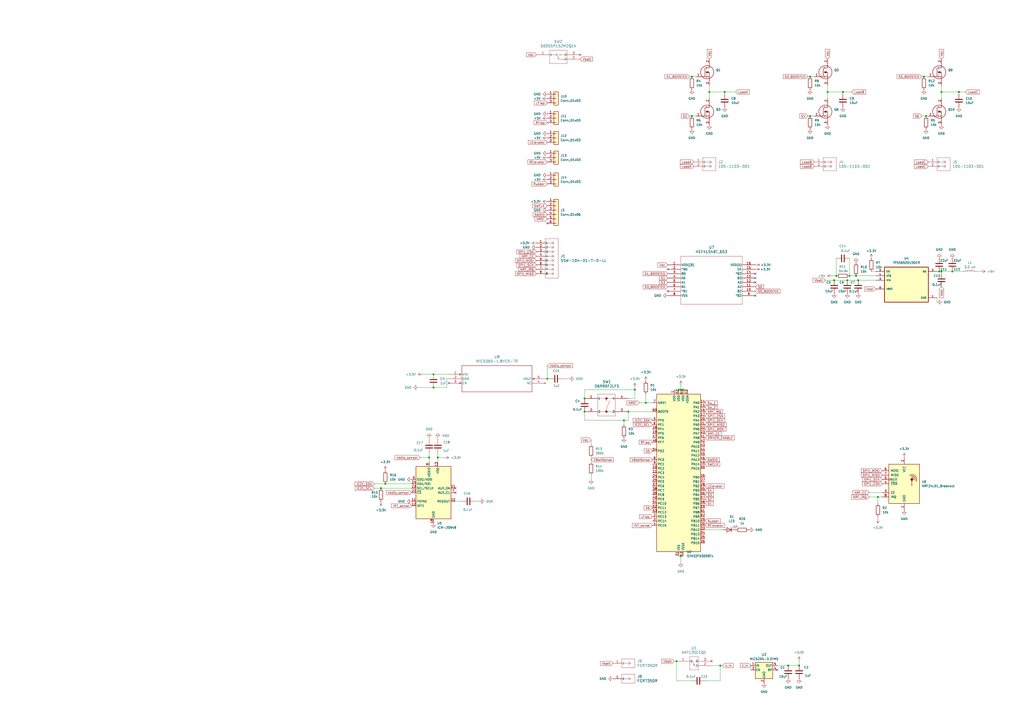
<source format=kicad_sch>
(kicad_sch (version 20250114) (generator "eeschema") (generator_version "9.0")
  (paper "A2")
  (junction (at 396.24 226.06))
  (junction (at 361.95 243.84))
  (junction (at 546.1 157.48))
  (junction (at 248.92 265.43))
  (junction (at 488.95 53.34))
  (junction (at 401.32 67.31))
  (junction (at 544.83 157.48))
  (junction (at 496.57 160.02))
  (junction (at 457.2 386.08))
  (junction (at 417.83 386.08))
  (junction (at 535.94 44.45))
  (junction (at 463.55 386.08))
  (junction (at 339.09 238.76))
  (junction (at 485.14 160.02))
  (junction (at 364.49 238.76))
  (junction (at 223.52 280.67))
  (junction (at 546.1 53.34))
  (junction (at 254 265.43))
  (junction (at 394.97 226.06))
  (junction (at 411.48 53.34))
  (junction (at 556.26 53.34))
  (junction (at 469.9 67.31))
  (junction (at 483.87 162.56))
  (junction (at 469.9 44.45))
  (junction (at 401.32 44.45))
  (junction (at 420.37 53.34))
  (junction (at 220.98 283.21))
  (junction (at 492.76 160.02))
  (junction (at 339.09 231.14))
  (junction (at 251.46 217.17))
  (junction (at 317.5 219.71))
  (junction (at 497.84 162.56))
  (junction (at 537.21 67.31))
  (junction (at 491.49 162.56))
  (junction (at 552.45 157.48))
  (junction (at 480.06 53.34))
  (junction (at 393.7 226.06))
  (junction (at 368.3 226.06))
  (junction (at 251.46 224.79))
  (junction (at 509.27 288.29))
  (junction (at 392.43 383.54))
  (junction (at 394.97 322.58))
  (junction (at 374.65 233.68))
  (no_connect (at 438.15 161.29))
  (no_connect (at 336.55 31.75))
  (no_connect (at 387.35 168.91))
  (no_connect (at 260.35 222.25))
  (no_connect (at 412.75 383.54))
  (no_connect (at 438.15 171.45))
  (no_connect (at 438.15 163.83))
  (no_connect (at 387.35 156.21))
  (no_connect (at 438.15 158.75))
  (no_connect (at 264.16 283.21))
  (no_connect (at 450.85 388.62))
  (no_connect (at 317.5 129.54))
  (no_connect (at 264.16 285.75))
  (wire (pts (xy 546.1 158.75) (xy 546.1 157.48)))
  (wire (pts (xy 463.55 383.54) (xy 463.55 386.08)))
  (wire (pts (xy 419.1 386.08) (xy 417.83 386.08)))
  (wire (pts (xy 318.77 219.71) (xy 317.5 219.71)))
  (wire (pts (xy 497.84 162.56) (xy 508 162.56)))
  (wire (pts (xy 242.57 224.79) (xy 251.46 224.79)))
  (wire (pts (xy 396.24 226.06) (xy 398.78 226.06)))
  (wire (pts (xy 368.3 226.06) (xy 368.3 231.14)))
  (wire (pts (xy 217.17 280.67) (xy 223.52 280.67)))
  (wire (pts (xy 480.06 53.34) (xy 488.95 53.34)))
  (wire (pts (xy 401.32 67.31) (xy 403.86 67.31)))
  (wire (pts (xy 478.79 162.56) (xy 483.87 162.56)))
  (wire (pts (xy 259.08 219.71) (xy 260.35 219.71)))
  (wire (pts (xy 248.92 265.43) (xy 248.92 267.97)))
  (wire (pts (xy 544.83 157.48) (xy 543.56 157.48)))
  (wire (pts (xy 392.43 383.54) (xy 392.43 394.97)))
  (wire (pts (xy 504.19 285.75) (xy 511.81 285.75)))
  (wire (pts (xy 394.97 223.52) (xy 394.97 226.06)))
  (wire (pts (xy 411.48 53.34) (xy 420.37 53.34)))
  (wire (pts (xy 543.56 175.26) (xy 543.56 172.72)))
  (wire (pts (xy 417.83 386.08) (xy 417.83 394.97)))
  (wire (pts (xy 220.98 283.21) (xy 238.76 283.21)))
  (wire (pts (xy 546.1 53.34) (xy 546.1 57.15)))
  (wire (pts (xy 339.09 231.14) (xy 339.09 226.06)))
  (wire (pts (xy 393.7 226.06) (xy 394.97 226.06)))
  (wire (pts (xy 254 265.43) (xy 254 267.97)))
  (wire (pts (xy 509.27 288.29) (xy 509.27 292.1)))
  (wire (pts (xy 275.59 290.83) (xy 278.13 290.83)))
  (wire (pts (xy 491.49 162.56) (xy 497.84 162.56)))
  (wire (pts (xy 420.37 53.34) (xy 420.37 54.61)))
  (wire (pts (xy 259.08 224.79) (xy 259.08 219.71)))
  (wire (pts (xy 485.14 149.86) (xy 485.14 160.02)))
  (wire (pts (xy 223.52 280.67) (xy 238.76 280.67)))
  (wire (pts (xy 342.9 275.59) (xy 342.9 278.13)))
  (wire (pts (xy 245.11 217.17) (xy 251.46 217.17)))
  (wire (pts (xy 339.09 243.84) (xy 361.95 243.84)))
  (wire (pts (xy 364.49 238.76) (xy 364.49 243.84)))
  (wire (pts (xy 251.46 217.17) (xy 260.35 217.17)))
  (wire (pts (xy 378.46 233.68) (xy 374.65 233.68)))
  (wire (pts (xy 534.67 44.45) (xy 535.94 44.45)))
  (wire (pts (xy 408.94 307.34) (xy 419.1 307.34)))
  (wire (pts (xy 468.63 67.31) (xy 469.9 67.31)))
  (wire (pts (xy 393.7 320.04) (xy 396.24 320.04)))
  (wire (pts (xy 342.9 255.27) (xy 342.9 257.81)))
  (wire (pts (xy 505.46 157.48) (xy 508 157.48)))
  (wire (pts (xy 435.61 386.08) (xy 435.61 388.62)))
  (wire (pts (xy 546.1 49.53) (xy 546.1 53.34)))
  (wire (pts (xy 368.3 224.79) (xy 368.3 226.06)))
  (wire (pts (xy 254 254) (xy 254 255.27)))
  (wire (pts (xy 534.67 67.31) (xy 537.21 67.31)))
  (wire (pts (xy 400.05 67.31) (xy 401.32 67.31)))
  (wire (pts (xy 488.95 53.34) (xy 494.03 53.34)))
  (wire (pts (xy 254 262.89) (xy 254 265.43)))
  (wire (pts (xy 504.19 288.29) (xy 509.27 288.29)))
  (wire (pts (xy 217.17 283.21) (xy 220.98 283.21)))
  (wire (pts (xy 552.45 157.48) (xy 558.8 157.48)))
  (wire (pts (xy 364.49 238.76) (xy 378.46 238.76)))
  (wire (pts (xy 492.76 160.02) (xy 496.57 160.02)))
  (wire (pts (xy 552.45 157.48) (xy 546.1 157.48)))
  (wire (pts (xy 248.92 262.89) (xy 248.92 265.43)))
  (wire (pts (xy 364.49 243.84) (xy 361.95 243.84)))
  (wire (pts (xy 469.9 44.45) (xy 472.44 44.45)))
  (wire (pts (xy 457.2 386.08) (xy 463.55 386.08)))
  (wire (pts (xy 394.97 226.06) (xy 396.24 226.06)))
  (wire (pts (xy 450.85 386.08) (xy 457.2 386.08)))
  (wire (pts (xy 556.26 53.34) (xy 560.07 53.34)))
  (wire (pts (xy 401.32 44.45) (xy 403.86 44.45)))
  (wire (pts (xy 339.09 226.06) (xy 368.3 226.06)))
  (wire (pts (xy 339.09 238.76) (xy 339.09 243.84)))
  (wire (pts (xy 483.87 162.56) (xy 491.49 162.56)))
  (wire (pts (xy 420.37 53.34) (xy 426.72 53.34)))
  (wire (pts (xy 391.16 383.54) (xy 392.43 383.54)))
  (wire (pts (xy 546.1 53.34) (xy 556.26 53.34)))
  (wire (pts (xy 393.7 322.58) (xy 394.97 322.58)))
  (wire (pts (xy 509.27 288.29) (xy 511.81 288.29)))
  (wire (pts (xy 480.06 53.34) (xy 480.06 57.15)))
  (wire (pts (xy 411.48 53.34) (xy 411.48 57.15)))
  (wire (pts (xy 394.97 322.58) (xy 394.97 326.39)))
  (wire (pts (xy 374.65 228.6) (xy 374.65 233.68)))
  (wire (pts (xy 482.6 160.02) (xy 485.14 160.02)))
  (wire (pts (xy 411.48 49.53) (xy 411.48 53.34)))
  (wire (pts (xy 417.83 394.97) (xy 408.94 394.97)))
  (wire (pts (xy 537.21 67.31) (xy 538.48 67.31)))
  (wire (pts (xy 317.5 212.09) (xy 317.5 219.71)))
  (wire (pts (xy 254 265.43) (xy 257.81 265.43)))
  (wire (pts (xy 480.06 49.53) (xy 480.06 53.34)))
  (wire (pts (xy 267.97 290.83) (xy 264.16 290.83)))
  (wire (pts (xy 546.1 157.48) (xy 544.83 157.48)))
  (wire (pts (xy 394.97 322.58) (xy 396.24 322.58)))
  (wire (pts (xy 400.05 44.45) (xy 401.32 44.45)))
  (wire (pts (xy 535.94 44.45) (xy 538.48 44.45)))
  (wire (pts (xy 342.9 265.43) (xy 342.9 267.97)))
  (wire (pts (xy 488.95 54.61) (xy 488.95 53.34)))
  (wire (pts (xy 391.16 226.06) (xy 393.7 226.06)))
  (wire (pts (xy 412.75 386.08) (xy 417.83 386.08)))
  (wire (pts (xy 243.84 265.43) (xy 248.92 265.43)))
  (wire (pts (xy 374.65 233.68) (xy 370.84 233.68)))
  (wire (pts (xy 248.92 254) (xy 248.92 255.27)))
  (wire (pts (xy 361.95 246.38) (xy 361.95 243.84)))
  (wire (pts (xy 251.46 224.79) (xy 259.08 224.79)))
  (wire (pts (xy 492.76 149.86) (xy 492.76 160.02)))
  (wire (pts (xy 392.43 394.97) (xy 401.32 394.97)))
  (wire (pts (xy 496.57 160.02) (xy 508 160.02)))
  (wire (pts (xy 330.2 219.71) (xy 326.39 219.71)))
  (wire (pts (xy 317.5 219.71) (xy 316.23 219.71)))
  (wire (pts (xy 556.26 54.61) (xy 556.26 53.34)))
  (wire (pts (xy 468.63 44.45) (xy 469.9 44.45)))
  (wire (pts (xy 368.3 231.14) (xy 364.49 231.14)))
  (wire (pts (xy 469.9 67.31) (xy 472.44 67.31)))
  (wire (pts (xy 509.27 299.72) (xy 509.27 300.99)))
  (wire (pts (xy 566.42 157.48) (xy 568.96 157.48)))
  (global_label "V_in" (shape input) (at 419.1 386.08 0) (property "Intersheetrefs" "${INTERSHEET_REFS}" (effects (hide yes))))
  (global_label "IC21_SCL" (shape input) (at 217.17 283.21 180) (property "Intersheetrefs" "${INTERSHEET_REFS}" (effects (hide yes))))
  (global_label "SPI1_MOSI" (shape input) (at 311.15 151.13 180) (property "Intersheetrefs" "${INTERSHEET_REFS}" (effects (hide yes))))
  (global_label "S3_BOOSTED" (shape input) (at 387.35 166.37 180) (property "Intersheetrefs" "${INTERSHEET_REFS}" (effects (hide yes))))
  (global_label "INT_sense" (shape input) (at 238.76 293.37 180) (property "Intersheetrefs" "${INTERSHEET_REFS}" (effects (hide yes))))
  (global_label "SPI1_MISO" (shape input) (at 408.94 246.38 0) (property "Intersheetrefs" "${INTERSHEET_REFS}" (effects (hide yes))))
  (global_label "S2" (shape input) (at 400.05 67.31 180) (property "Intersheetrefs" "${INTERSHEET_REFS}" (effects (hide yes))))
  (global_label "SPI1_MOSI" (shape input) (at 511.81 273.05 180) (property "Intersheetrefs" "${INTERSHEET_REFS}" (effects (hide yes))))
  (global_label "NRF_CE" (shape input) (at 311.15 148.59 180) (property "Intersheetrefs" "${INTERSHEET_REFS}" (effects (hide yes))))
  (global_label "VBattSense" (shape input) (at 378.46 266.7 180) (property "Intersheetrefs" "${INTERSHEET_REFS}" (effects (hide yes))))
  (global_label "LElevator" (shape input) (at 317.5 82.55 180) (property "Intersheetrefs" "${INTERSHEET_REFS}" (effects (hide yes))))
  (global_label "SPI1_CSN" (shape input) (at 408.94 241.3 0) (property "Intersheetrefs" "${INTERSHEET_REFS}" (effects (hide yes))))
  (global_label "NRF_CE" (shape input) (at 504.19 285.75 180) (property "Intersheetrefs" "${INTERSHEET_REFS}" (effects (hide yes))))
  (global_label "Vbst" (shape input) (at 508 167.64 180) (property "Intersheetrefs" "${INTERSHEET_REFS}" (effects (hide yes))))
  (global_label "S5" (shape input) (at 438.15 166.37 0) (property "Intersheetrefs" "${INTERSHEET_REFS}" (effects (hide yes))))
  (global_label "SPI1_MISO" (shape input) (at 511.81 275.59 180) (property "Intersheetrefs" "${INTERSHEET_REFS}" (effects (hide yes))))
  (global_label "Vddio_sensor" (shape input) (at 238.76 285.75 180) (property "Intersheetrefs" "${INTERSHEET_REFS}" (effects (hide yes))))
  (global_label "SPI1_MISO" (shape input) (at 311.15 158.75 180) (property "Intersheetrefs" "${INTERSHEET_REFS}" (effects (hide yes))))
  (global_label "S6" (shape input) (at 534.67 67.31 180) (property "Intersheetrefs" "${INTERSHEET_REFS}" (effects (hide yes))))
  (global_label "SPI1_SCK" (shape input) (at 511.81 278.13 180) (property "Intersheetrefs" "${INTERSHEET_REFS}" (effects (hide yes))))
  (global_label "S3" (shape input) (at 408.94 287.02 0) (property "Intersheetrefs" "${INTERSHEET_REFS}" (effects (hide yes))))
  (global_label "LFlap" (shape input) (at 378.46 299.72 180) (property "Intersheetrefs" "${INTERSHEET_REFS}" (effects (hide yes))))
  (global_label "RElevator" (shape input) (at 317.5 93.98 180) (property "Intersheetrefs" "${INTERSHEET_REFS}" (effects (hide yes))))
  (global_label "LoadC" (shape input) (at 538.48 96.52 180) (property "Intersheetrefs" "${INTERSHEET_REFS}" (effects (hide yes))))
  (global_label "S2" (shape input) (at 408.94 289.56 0) (property "Intersheetrefs" "${INTERSHEET_REFS}" (effects (hide yes))))
  (global_label "S3" (shape input) (at 387.35 163.83 180) (property "Intersheetrefs" "${INTERSHEET_REFS}" (effects (hide yes))))
  (global_label "Vddio_sensor" (shape input) (at 317.5 212.09 0) (property "Intersheetrefs" "${INTERSHEET_REFS}" (effects (hide yes))))
  (global_label "Vdc" (shape input) (at 411.48 34.29 90) (property "Intersheetrefs" "${INTERSHEET_REFS}" (effects (hide yes))))
  (global_label "SWCLK" (shape input) (at 317.5 119.38 180) (property "Intersheetrefs" "${INTERSHEET_REFS}" (effects (hide yes))))
  (global_label "Vbatt" (shape input) (at 478.79 162.56 180) (property "Intersheetrefs" "${INTERSHEET_REFS}" (effects (hide yes))))
  (global_label "Vbatt" (shape input) (at 336.55 34.29 0) (property "Intersheetrefs" "${INTERSHEET_REFS}" (effects (hide yes))))
  (global_label "S5" (shape input) (at 378.46 261.62 180) (property "Intersheetrefs" "${INTERSHEET_REFS}" (effects (hide yes))))
  (global_label "NRF_IRQ" (shape input) (at 311.15 156.21 180) (property "Intersheetrefs" "${INTERSHEET_REFS}" (effects (hide yes))))
  (global_label "LElevator" (shape input) (at 408.94 281.94 0) (property "Intersheetrefs" "${INTERSHEET_REFS}" (effects (hide yes))))
  (global_label "RFlap" (shape input) (at 317.5 71.12 180) (property "Intersheetrefs" "${INTERSHEET_REFS}" (effects (hide yes))))
  (global_label "IC21_SDA" (shape input) (at 217.17 280.67 180) (property "Intersheetrefs" "${INTERSHEET_REFS}" (effects (hide yes))))
  (global_label "LFlap" (shape input) (at 317.5 59.69 180) (property "Intersheetrefs" "${INTERSHEET_REFS}" (effects (hide yes))))
  (global_label "S1_BOOSTED" (shape input) (at 387.35 158.75 180) (property "Intersheetrefs" "${INTERSHEET_REFS}" (effects (hide yes))))
  (global_label "LoadC" (shape input) (at 538.48 93.98 180) (property "Intersheetrefs" "${INTERSHEET_REFS}" (effects (hide yes))))
  (global_label "VBattSense" (shape input) (at 342.9 266.7 0) (property "Intersheetrefs" "${INTERSHEET_REFS}" (effects (hide yes))))
  (global_label "DRIVER_ENABLE" (shape input) (at 408.94 254 0) (property "Intersheetrefs" "${INTERSHEET_REFS}" (effects (hide yes))))
  (global_label "Rudder" (shape input) (at 408.94 302.26 0) (property "Intersheetrefs" "${INTERSHEET_REFS}" (effects (hide yes))))
  (global_label "Vbatt" (shape input) (at 391.16 383.54 180) (property "Intersheetrefs" "${INTERSHEET_REFS}" (effects (hide yes))))
  (global_label "RElevator" (shape input) (at 408.94 304.8 0) (property "Intersheetrefs" "${INTERSHEET_REFS}" (effects (hide yes))))
  (global_label "LoadA" (shape input) (at 402.59 96.52 180) (property "Intersheetrefs" "${INTERSHEET_REFS}" (effects (hide yes))))
  (global_label "LoadB" (shape input) (at 472.44 93.98 180) (property "Intersheetrefs" "${INTERSHEET_REFS}" (effects (hide yes))))
  (global_label "NRF_IRQ" (shape input) (at 504.19 288.29 180) (property "Intersheetrefs" "${INTERSHEET_REFS}" (effects (hide yes))))
  (global_label "SPI1_CSN" (shape input) (at 311.15 146.05 180) (property "Intersheetrefs" "${INTERSHEET_REFS}" (effects (hide yes))))
  (global_label "Vdc" (shape input) (at 480.06 34.29 90) (property "Intersheetrefs" "${INTERSHEET_REFS}" (effects (hide yes))))
  (global_label "Vddio_sensor" (shape input) (at 243.84 265.43 180) (property "Intersheetrefs" "${INTERSHEET_REFS}" (effects (hide yes))))
  (global_label "IC21_SDA" (shape input) (at 378.46 243.84 180) (property "Intersheetrefs" "${INTERSHEET_REFS}" (effects (hide yes))))
  (global_label "LoadC" (shape input) (at 560.07 53.34 0) (property "Intersheetrefs" "${INTERSHEET_REFS}" (effects (hide yes))))
  (global_label "SPI1_SCK" (shape input) (at 408.94 243.84 0) (property "Intersheetrefs" "${INTERSHEET_REFS}" (effects (hide yes))))
  (global_label "S6" (shape input) (at 378.46 294.64 180) (property "Intersheetrefs" "${INTERSHEET_REFS}" (effects (hide yes))))
  (global_label "SWCLK" (shape input) (at 408.94 269.24 0) (property "Intersheetrefs" "${INTERSHEET_REFS}" (effects (hide yes))))
  (global_label "SPI1_MOSI" (shape input) (at 408.94 248.92 0) (property "Intersheetrefs" "${INTERSHEET_REFS}" (effects (hide yes))))
  (global_label "SWDIO" (shape input) (at 408.94 266.7 0) (property "Intersheetrefs" "${INTERSHEET_REFS}" (effects (hide yes))))
  (global_label "Sw_2" (shape input) (at 408.94 236.22 0) (property "Intersheetrefs" "${INTERSHEET_REFS}" (effects (hide yes))))
  (global_label "SPI1_CSN" (shape input) (at 511.81 280.67 180) (property "Intersheetrefs" "${INTERSHEET_REFS}" (effects (hide yes))))
  (global_label "S1_BOOSTED" (shape input) (at 400.05 44.45 180) (property "Intersheetrefs" "${INTERSHEET_REFS}" (effects (hide yes))))
  (global_label "NRF_CE" (shape input) (at 408.94 251.46 0) (property "Intersheetrefs" "${INTERSHEET_REFS}" (effects (hide yes))))
  (global_label "S5_BOOSTED" (shape input) (at 534.67 44.45 180) (property "Intersheetrefs" "${INTERSHEET_REFS}" (effects (hide yes))))
  (global_label "Vbst" (shape input) (at 546.1 166.37 270) (property "Intersheetrefs" "${INTERSHEET_REFS}" (effects (hide yes))))
  (global_label "IC21_SCL" (shape input) (at 378.46 246.38 180) (property "Intersheetrefs" "${INTERSHEET_REFS}" (effects (hide yes))))
  (global_label "Vdc" (shape input) (at 311.15 31.75 180) (property "Intersheetrefs" "${INTERSHEET_REFS}" (effects (hide yes))))
  (global_label "S1" (shape input) (at 387.35 161.29 180) (property "Intersheetrefs" "${INTERSHEET_REFS}" (effects (hide yes))))
  (global_label "SWDIO" (shape input) (at 317.5 124.46 180) (property "Intersheetrefs" "${INTERSHEET_REFS}" (effects (hide yes))))
  (global_label "SPI1_SCK" (shape input) (at 311.15 153.67 180) (property "Intersheetrefs" "${INTERSHEET_REFS}" (effects (hide yes))))
  (global_label "LoadA" (shape input) (at 426.72 53.34 0) (property "Intersheetrefs" "${INTERSHEET_REFS}" (effects (hide yes))))
  (global_label "Sw_1" (shape input) (at 408.94 233.68 0) (property "Intersheetrefs" "${INTERSHEET_REFS}" (effects (hide yes))))
  (global_label "LoadA" (shape input) (at 402.59 93.98 180) (property "Intersheetrefs" "${INTERSHEET_REFS}" (effects (hide yes))))
  (global_label "V_in" (shape input) (at 435.61 386.08 180) (property "Intersheetrefs" "${INTERSHEET_REFS}" (effects (hide yes))))
  (global_label "LoadB" (shape input) (at 494.03 53.34 0) (property "Intersheetrefs" "${INTERSHEET_REFS}" (effects (hide yes))))
  (global_label "INT_sense" (shape input) (at 378.46 304.8 180) (property "Intersheetrefs" "${INTERSHEET_REFS}" (effects (hide yes))))
  (global_label "Vdc" (shape input) (at 546.1 34.29 90) (property "Intersheetrefs" "${INTERSHEET_REFS}" (effects (hide yes))))
  (global_label "NRST" (shape input) (at 317.5 127 180) (property "Intersheetrefs" "${INTERSHEET_REFS}" (effects (hide yes))))
  (global_label "Vbatt" (shape input) (at 355.6 384.81 180) (property "Intersheetrefs" "${INTERSHEET_REFS}" (effects (hide yes))))
  (global_label "Vdc" (shape input) (at 342.9 255.27 180) (property "Intersheetrefs" "${INTERSHEET_REFS}" (effects (hide yes))))
  (global_label "NRF_IRQ" (shape input) (at 408.94 238.76 0) (property "Intersheetrefs" "${INTERSHEET_REFS}" (effects (hide yes))))
  (global_label "S3_BOOSTED" (shape input) (at 468.63 44.45 180) (property "Intersheetrefs" "${INTERSHEET_REFS}" (effects (hide yes))))
  (global_label "S4" (shape input) (at 468.63 67.31 180) (property "Intersheetrefs" "${INTERSHEET_REFS}" (effects (hide yes))))
  (global_label "Vdc" (shape input) (at 387.35 153.67 180) (property "Intersheetrefs" "${INTERSHEET_REFS}" (effects (hide yes))))
  (global_label "RFlap" (shape input) (at 378.46 256.54 180) (property "Intersheetrefs" "${INTERSHEET_REFS}" (effects (hide yes))))
  (global_label "Rudder" (shape input) (at 317.5 106.68 180) (property "Intersheetrefs" "${INTERSHEET_REFS}" (effects (hide yes))))
  (global_label "S1" (shape input) (at 408.94 292.1 0) (property "Intersheetrefs" "${INTERSHEET_REFS}" (effects (hide yes))))
  (global_label "S5_BOOSTED" (shape input) (at 438.15 168.91 0) (property "Intersheetrefs" "${INTERSHEET_REFS}" (effects (hide yes))))
  (global_label "LoadB" (shape input) (at 472.44 96.52 180) (property "Intersheetrefs" "${INTERSHEET_REFS}" (effects (hide yes))))
  (global_label "S4" (shape input) (at 408.94 284.48 0) (property "Intersheetrefs" "${INTERSHEET_REFS}" (effects (hide yes))))
  (global_label "NRST" (shape input) (at 370.84 233.68 180) (property "Intersheetrefs" "${INTERSHEET_REFS}" (effects (hide yes))))
  (symbol (lib_id "Device:R") (at 430.53 307.34 270) (unit 1)
    (property "Reference" "R20" (at 430.53 300.99 90))
    (property "Value" "1k" (at 430.53 303.53 90))
    (property "Footprint" "Diode_SMD:D_0603_1608Metric" (effects (hide yes)))
    (property "Description" "Resistor" (effects (hide yes)))
  )
  (symbol (lib_id "power:GND") (at 497.84 170.18 0) (unit 1)
    (property "Reference" "#PWR047" (effects (hide yes)))
    (property "Value" "GND" (at 497.84 175.26 0))
    (property "Description" "Power symbol creates a global label with name \"GND\" , ground" (effects (hide yes)))
  )
  (symbol (lib_id "power:GND") (at 330.2 219.71 90) (unit 1)
    (property "Reference" "#PWR057" (effects (hide yes)))
    (property "Value" "GND" (at 334.01 219.7099 90) (effects (justify right)))
    (property "Description" "Power symbol creates a global label with name \"GND\" , ground" (effects (hide yes)))
  )
  (symbol (lib_id "Device:C") (at 552.45 153.67 180) (unit 1)
    (property "Reference" "C12" (at 557.022 156.21 0) (effects (justify left)))
    (property "Value" "22uF" (at 557.784 151.13 0) (effects (justify left)))
    (property "Footprint" "Capacitor_SMD:C_0603_1608Metric" (effects (hide yes)))
    (property "Description" "Unpolarized capacitor" (effects (hide yes)))
  )
  (symbol (lib_id "ServoVoltageRegulator:TPS565201DDCR") (at 525.78 165.1 0) (unit 1)
    (property "Reference" "U4" (at 525.78 149.86 0))
    (property "Value" "TPS565201DDCR" (at 525.78 152.4 0))
    (property "Footprint" "Libary1:ServoVoltageRegulator" (effects (hide yes)))
  )
  (symbol (lib_id "Device:C") (at 463.55 389.89 0) (unit 1)
    (property "Reference" "C2" (at 466.344 387.096 0) (effects (justify left)))
    (property "Value" "1uF" (at 466.852 391.922 0) (effects (justify left)))
    (property "Footprint" "Capacitor_SMD:C_0402_1005Metric" (effects (hide yes)))
    (property "Description" "Unpolarized capacitor" (effects (hide yes)))
  )
  (symbol (lib_id "Device:R") (at 401.32 71.12 0) (unit 1)
    (property "Reference" "R6" (at 403.86 69.8499 0) (effects (justify left)))
    (property "Value" "10k" (at 403.86 72.3899 0) (effects (justify left)))
    (property "Footprint" "Resistor_SMD:R_0402_1005Metric" (effects (hide yes)))
    (property "Description" "Resistor" (effects (hide yes)))
  )
  (symbol (lib_id "power:+3.3V") (at 257.81 265.43 270) (unit 1)
    (property "Reference" "#PWR060" (effects (hide yes)))
    (property "Value" "+3.3V" (at 261.62 265.4299 90) (effects (justify left)))
    (property "Description" "Power symbol creates a global label with name \"+3.3V\"" (effects (hide yes)))
  )
  (symbol (lib_id "power:GND") (at 544.83 149.86 180) (unit 1)
    (property "Reference" "#PWR048" (effects (hide yes)))
    (property "Value" "GND" (at 544.83 144.78 0))
    (property "Description" "Power symbol creates a global label with name \"GND\" , ground" (effects (hide yes)))
  )
  (symbol (lib_id "Device:C") (at 271.78 290.83 90) (unit 1)
    (property "Reference" "C16" (at 272.8831 286.2408 90) (effects (justify left)))
    (property "Value" "0.1uF" (at 274.1531 295.6388 90) (effects (justify left)))
    (property "Footprint" "Capacitor_SMD:C_0402_1005Metric" (effects (hide yes)))
    (property "Description" "Unpolarized capacitor" (effects (hide yes)))
  )
  (symbol (lib_id "power:GND") (at 463.55 393.7 0) (unit 1)
    (property "Reference" "#PWR03" (effects (hide yes)))
    (property "Value" "GND" (at 463.55 398.78 0))
    (property "Description" "Power symbol creates a global label with name \"GND\" , ground" (effects (hide yes)))
  )
  (symbol (lib_id "MIC5365-1.8YC5-TR:MIC5365-1.8YC5-TR") (at 260.35 217.17 0) (unit 1)
    (property "Reference" "U8" (at 288.29 207.01 0) (effects (font (size 1.524 1.524))))
    (property "Value" "MIC5365-1.8YC5-TR" (at 288.29 209.55 0) (effects (font (size 1.524 1.524))))
    (property "Footprint" "Libary1:SC-70_C5_MCH" (effects (hide yes)))
    (property "Datasheet" "MIC5365-1.8YC5-TR" (effects (hide yes)))
  )
  (symbol (lib_id "power:GND") (at 480.06 72.39 0) (unit 1)
    (property "Reference" "#PWR017" (effects (hide yes)))
    (property "Value" "GND" (at 480.06 77.47 0))
    (property "Description" "Power symbol creates a global label with name \"GND\" , ground" (effects (hide yes)))
  )
  (symbol (lib_id "power:GND") (at 491.49 170.18 0) (unit 1)
    (property "Reference" "#PWR046" (effects (hide yes)))
    (property "Value" "GND" (at 491.49 175.26 0))
    (property "Description" "Power symbol creates a global label with name \"GND\" , ground" (effects (hide yes)))
  )
  (symbol (lib_id "power:+5V") (at 317.5 91.44 90) (unit 1)
    (property "Reference" "#PWR039" (effects (hide yes)))
    (property "Value" "+5V" (at 313.69 91.4399 90) (effects (justify left)))
    (property "Description" "Power symbol creates a global label with name \"+5V\"" (effects (hide yes)))
  )
  (symbol (lib_id "Device:R") (at 374.65 224.79 0) (unit 1)
    (property "Reference" "R1" (at 377.19 223.5199 0) (effects (justify left)))
    (property "Value" "10k" (at 377.19 226.0599 0) (effects (justify left)))
    (property "Footprint" "Resistor_SMD:R_0402_1005Metric" (effects (hide yes)))
    (property "Description" "Resistor" (effects (hide yes)))
  )
  (symbol (lib_id "power:GND") (at 394.97 326.39 0) (unit 1)
    (property "Reference" "#PWR020" (effects (hide yes)))
    (property "Value" "GND" (at 394.97 331.47 0))
    (property "Description" "Power symbol creates a global label with name \"GND\" , ground" (effects (hide yes)))
  )
  (symbol (lib_id "Device:R") (at 537.21 71.12 0) (unit 1)
    (property "Reference" "R5" (at 539.75 69.8499 0) (effects (justify left)))
    (property "Value" "10k" (at 539.75 72.3899 0) (effects (justify left)))
    (property "Footprint" "Resistor_SMD:R_0402_1005Metric" (effects (hide yes)))
    (property "Description" "Resistor" (effects (hide yes)))
  )
  (symbol (lib_id "ANT13SECQE:ANT13SECQE") (at 392.43 383.54 0) (unit 1)
    (property "Reference" "U1" (at 402.59 375.92 0) (effects (font (size 1.524 1.524))))
    (property "Value" "ANT13SECQE" (at 402.59 378.46 0) (effects (font (size 1.524 1.524))))
    (property "Footprint" "Library2:ANT13SEC_CRS" (effects (hide yes)))
    (property "Datasheet" "ANT13SECQE" (effects (hide yes)))
  )
  (symbol (lib_id "power:GND") (at 401.32 74.93 0) (unit 1)
    (property "Reference" "#PWR011" (effects (hide yes)))
    (property "Value" "GND" (at 401.32 80.01 0))
    (property "Description" "Power symbol creates a global label with name \"GND\" , ground" (effects (hide yes)))
  )
  (symbol (lib_id "power:GND") (at 488.95 62.23 0) (unit 1)
    (property "Reference" "#PWR013" (effects (hide yes)))
    (property "Value" "GND" (at 488.95 67.31 0))
    (property "Description" "Power symbol creates a global label with name \"GND\" , ground" (effects (hide yes)))
  )
  (symbol (lib_id "power:+3.3V") (at 311.15 140.97 90) (unit 1)
    (property "Reference" "#PWR07" (effects (hide yes)))
    (property "Value" "+3.3V" (at 307.34 140.9699 90) (effects (justify left)))
    (property "Description" "Power symbol creates a global label with name \"+3.3V\"" (effects (hide yes)))
  )
  (symbol (lib_id "D6R90 F2 LFS:D6R90F2LFS") (at 339.09 231.14 0) (unit 1)
    (property "Reference" "SW1" (at 352.044 221.488 0) (effects (font (size 1.524 1.524))))
    (property "Value" "D6R90F2LFS" (at 352.044 224.028 0) (effects (font (size 1.524 1.524))))
    (property "Footprint" "Library2:D6R90_CNK" (effects (hide yes)))
    (property "Datasheet" "D6R90F2LFS" (effects (hide yes)))
  )
  (symbol (lib_id "Device:R") (at 469.9 48.26 0) (unit 1)
    (property "Reference" "R8" (at 472.44 46.9899 0) (effects (justify left)))
    (property "Value" "10k" (at 472.44 49.5299 0) (effects (justify left)))
    (property "Footprint" "Resistor_SMD:R_0402_1005Metric" (effects (hide yes)))
    (property "Description" "Resistor" (effects (hide yes)))
  )
  (symbol (lib_id "RJF0408JPD:RJF0408JPD-01#J3") (at 403.86 67.31 0) (unit 1)
    (property "Reference" "Q3" (at 415.29 63.4999 0) (effects (justify left)))
    (property "Value" "RJF0408JPD-01#J3" (effects (hide yes)))
    (property "Footprint" "Library3:RJF0408JPD01J3" (effects (hide yes)))
    (property "Datasheet" "https://www.renesas.com/us/en/products/automotive-products/automotive-power-devices/automotive-thermal-shut-down-functioned-mosfets/rjf0408jpd-silicon-n-channel-mosfet-series-power-switching" (effects (hide yes)))
    (property "Description" "The RJF0408JPD is an N channel MOSFET for body lighting heater, power train, and 24V applications. It has built-in overheat protection functions and can function as a thermal FET." (effects (hide yes)))
    (property "Height" "2.75" (effects (hide yes)))
    (property "Manufacturer_Name" "Renesas Electronics" (effects (hide yes)))
    (property "Manufacturer_Part_Number" "RJF0408JPD-01#J3" (effects (hide yes)))
  )
  (symbol (lib_id "power:GND") (at 251.46 303.53 0) (unit 1)
    (property "Reference" "#PWR062" (effects (hide yes)))
    (property "Value" "GND" (at 251.46 308.61 0))
    (property "Description" "Power symbol creates a global label with name \"GND\" , ground" (effects (hide yes)))
  )
  (symbol (lib_id "power:GND") (at 469.9 74.93 0) (unit 1)
    (property "Reference" "#PWR016" (effects (hide yes)))
    (property "Value" "GND" (at 469.9 80.01 0))
    (property "Description" "Power symbol creates a global label with name \"GND\" , ground" (effects (hide yes)))
  )
  (symbol (lib_id "power:+5V") (at 568.96 157.48 270) (unit 1)
    (property "Reference" "#PWR042" (effects (hide yes)))
    (property "Value" "+5V" (at 572.77 157.48 90) (effects (justify left)))
    (property "Description" "Power symbol creates a global label with name \"+5V\"" (effects (hide yes)))
  )
  (symbol (lib_id "power:+3.3V") (at 245.11 217.17 90) (unit 1)
    (property "Reference" "#PWR055" (effects (hide yes)))
    (property "Value" "+3.3V" (at 241.3 217.1699 90) (effects (justify left)))
    (property "Description" "Power symbol creates a global label with name \"+3.3V\"" (effects (hide yes)))
  )
  (symbol (lib_id "Device:C") (at 546.1 162.56 0) (unit 1)
    (property "Reference" "C13" (at 541.528 160.02 0) (effects (justify left)))
    (property "Value" "0.1uF" (at 540.766 165.1 0) (effects (justify left)))
    (property "Footprint" "Capacitor_SMD:C_0402_1005Metric" (effects (hide yes)))
    (property "Description" "Unpolarized capacitor" (effects (hide yes)))
  )
  (symbol (lib_id "Device:C") (at 488.95 58.42 0) (unit 1)
    (property "Reference" "C9" (at 492.76 57.1499 0) (effects (justify left)))
    (property "Value" "10uF" (at 492.76 59.6899 0) (effects (justify left)))
    (property "Footprint" "Capacitor_SMD:C_0603_1608Metric" (effects (hide yes)))
    (property "Description" "Unpolarized capacitor" (effects (hide yes)))
  )
  (symbol (lib_id "power:+5V") (at 317.5 57.15 90) (unit 1)
    (property "Reference" "#PWR032" (effects (hide yes)))
    (property "Value" "+5V" (at 313.69 57.1499 90) (effects (justify left)))
    (property "Description" "Power symbol creates a global label with name \"+5V\"" (effects (hide yes)))
  )
  (symbol (lib_id "Device:R") (at 509.27 295.91 0) (unit 1)
    (property "Reference" "R2" (at 511.81 294.6399 0) (effects (justify left)))
    (property "Value" "10k" (at 511.81 297.1799 0) (effects (justify left)))
    (property "Footprint" "Resistor_SMD:R_0402_1005Metric" (effects (hide yes)))
    (property "Description" "Resistor" (effects (hide yes)))
  )
  (symbol (lib_id "power:GND") (at 535.94 52.07 0) (unit 1)
    (property "Reference" "#PWR027" (effects (hide yes)))
    (property "Value" "GND" (at 535.94 57.15 0))
    (property "Description" "Power symbol creates a global label with name \"GND\" , ground" (effects (hide yes)))
  )
  (symbol (lib_id "power:+3.3V") (at 438.15 153.67 270) (unit 1)
    (property "Reference" "#PWR044" (effects (hide yes)))
    (property "Value" "+3.3V" (at 444.246 153.67 90))
    (property "Description" "Power symbol creates a global label with name \"+3.3V\"" (effects (hide yes)))
  )
  (symbol (lib_id "power:GND") (at 317.5 77.47 270) (unit 1)
    (property "Reference" "#PWR028" (effects (hide yes)))
    (property "Value" "GND" (at 313.69 77.4699 90) (effects (justify right)))
    (property "Description" "Power symbol creates a global label with name \"GND\" , ground" (effects (hide yes)))
  )
  (symbol (lib_id "power:GND") (at 317.5 54.61 270) (unit 1)
    (property "Reference" "#PWR025" (effects (hide yes)))
    (property "Value" "GND" (at 313.69 54.6099 90) (effects (justify right)))
    (property "Description" "Power symbol creates a global label with name \"GND\" , ground" (effects (hide yes)))
  )
  (symbol (lib_id "power:GND") (at 387.35 171.45 270) (unit 1)
    (property "Reference" "#PWR067" (effects (hide yes)))
    (property "Value" "GND" (at 383.54 171.4499 90) (effects (justify right)))
    (property "Description" "Power symbol creates a global label with name \"GND\" , ground" (effects (hide yes)))
  )
  (symbol (lib_id "RF:NRF24L01_Breakout") (at 524.51 280.67 0) (unit 1)
    (property "Reference" "U6" (at 534.67 279.3999 0) (effects (justify left)))
    (property "Value" "NRF24L01_Breakout" (at 534.67 281.9399 0) (effects (justify left)))
    (property "Footprint" "RF_Module:nRF24L01_Breakout" (effects (hide yes)))
    (property "Datasheet" "http://www.nordicsemi.com/eng/content/download/2730/34105/file/nRF24L01_Product_Specification_v2_0.pdf" (effects (hide yes)))
    (property "Description" "Ultra low power 2.4GHz RF Transceiver, Carrier PCB" (effects (hide yes)))
  )
  (symbol (lib_id "RJF0408JPD:RJF0408JPD-01#J3") (at 538.48 44.45 0) (unit 1)
    (property "Reference" "Q9" (at 549.91 40.6399 0) (effects (justify left)))
    (property "Value" "RJF0408JPD-01#J3" (effects (hide yes)))
    (property "Footprint" "Library3:RJF0408JPD01J3" (effects (hide yes)))
    (property "Datasheet" "https://www.renesas.com/us/en/products/automotive-products/automotive-power-devices/automotive-thermal-shut-down-functioned-mosfets/rjf0408jpd-silicon-n-channel-mosfet-series-power-switching" (effects (hide yes)))
    (property "Description" "The RJF0408JPD is an N channel MOSFET for body lighting heater, power train, and 24V applications. It has built-in overheat protection functions and can function as a thermal FET." (effects (hide yes)))
    (property "Height" "2.75" (effects (hide yes)))
    (property "Manufacturer_Name" "Renesas Electronics" (effects (hide yes)))
    (property "Manufacturer_Part_Number" "RJF0408JPD-01#J3" (effects (hide yes)))
  )
  (symbol (lib_id "power:+5V") (at 317.5 80.01 90) (unit 1)
    (property "Reference" "#PWR034" (effects (hide yes)))
    (property "Value" "+5V" (at 313.69 80.0099 90) (effects (justify left)))
    (property "Description" "Power symbol creates a global label with name \"+5V\"" (effects (hide yes)))
  )
  (symbol (lib_id "power:GND") (at 420.37 62.23 0) (unit 1)
    (property "Reference" "#PWR012" (effects (hide yes)))
    (property "Value" "GND" (at 420.37 67.31 0))
    (property "Description" "Power symbol creates a global label with name \"GND\" , ground" (effects (hide yes)))
  )
  (symbol (lib_id "power:+3.3V") (at 223.52 273.05 0) (unit 1)
    (property "Reference" "#PWR051" (effects (hide yes)))
    (property "Value" "+3.3V" (at 223.52 267.97 0))
    (property "Description" "Power symbol creates a global label with name \"+3.3V\"" (effects (hide yes)))
  )
  (symbol (lib_id "power:GND") (at 524.51 295.91 0) (unit 1)
    (property "Reference" "#PWR019" (effects (hide yes)))
    (property "Value" "GND" (at 524.51 300.99 0))
    (property "Description" "Power symbol creates a global label with name \"GND\" , ground" (effects (hide yes)))
  )
  (symbol (lib_id "power:GND") (at 355.6 393.7 270) (unit 1)
    (property "Reference" "#PWR068" (effects (hide yes)))
    (property "Value" "GND" (at 351.79 393.6999 90) (effects (justify right)))
    (property "Description" "Power symbol creates a global label with name \"GND\" , ground" (effects (hide yes)))
  )
  (symbol (lib_id "power:+3.3V") (at 220.98 290.83 180) (unit 1)
    (property "Reference" "#PWR052" (effects (hide yes)))
    (property "Value" "+3.3V" (at 220.98 295.91 0))
    (property "Description" "Power symbol creates a global label with name \"+3.3V\"" (effects (hide yes)))
  )
  (symbol (lib_id "Device:C") (at 248.92 259.08 0) (unit 1)
    (property "Reference" "C17" (at 241.554 256.794 0) (effects (justify left)))
    (property "Value" "0.1uF" (at 240.03 261.112 0) (effects (justify left)))
    (property "Footprint" "Capacitor_SMD:C_0402_1005Metric" (effects (hide yes)))
    (property "Description" "Unpolarized capacitor" (effects (hide yes)))
  )
  (symbol (lib_id "Device:C") (at 483.87 166.37 0) (unit 1)
    (property "Reference" "C5" (at 479.298 163.83 0) (effects (justify left)))
    (property "Value" "10uF" (at 478.536 168.91 0) (effects (justify left)))
    (property "Footprint" "Capacitor_SMD:C_0603_1608Metric" (effects (hide yes)))
    (property "Description" "Unpolarized capacitor" (effects (hide yes)))
  )
  (symbol (lib_id "power:GND") (at 543.56 175.26 90) (unit 1)
    (property "Reference" "#PWR041" (effects (hide yes)))
    (property "Value" "GND" (at 547.37 175.2599 90) (effects (justify right)))
    (property "Description" "Power symbol creates a global label with name \"GND\" , ground" (effects (hide yes)))
  )
  (symbol (lib_id "BananaPlug:105-1103-001") (at 472.44 93.98 0) (unit 1)
    (property "Reference" "J4" (at 486.41 93.9799 0) (effects (font (size 1.524 1.524)) (justify left)))
    (property "Value" "105-1103-001" (at 486.41 96.5199 0) (effects (font (size 1.524 1.524)) (justify left)))
    (property "Footprint" "Libary1:CONN_105-1102-001" (effects (hide yes)))
    (property "Datasheet" "105-1103-001" (effects (hide yes)))
  )
  (symbol (lib_id "Device:C") (at 420.37 58.42 0) (unit 1)
    (property "Reference" "C8" (at 424.18 57.1499 0) (effects (justify left)))
    (property "Value" "10uF" (at 424.18 59.6899 0) (effects (justify left)))
    (property "Footprint" "Capacitor_SMD:C_0603_1608Metric" (effects (hide yes)))
    (property "Description" "Unpolarized capacitor" (effects (hide yes)))
  )
  (symbol (lib_id "power:+5V") (at 317.5 104.14 90) (unit 1)
    (property "Reference" "#PWR040" (effects (hide yes)))
    (property "Value" "+5V" (at 313.69 104.1399 90) (effects (justify left)))
    (property "Description" "Power symbol creates a global label with name \"+5V\"" (effects (hide yes)))
  )
  (symbol (lib_id "Device:C") (at 322.58 219.71 90) (unit 1)
    (property "Reference" "C15" (at 322.58 215.138 90))
    (property "Value" "1uF" (at 322.834 223.774 90))
    (property "Footprint" "Capacitor_SMD:C_0402_1005Metric" (effects (hide yes)))
    (property "Description" "Unpolarized capacitor" (effects (hide yes)))
  )
  (symbol (lib_id "Device:C") (at 254 259.08 180) (unit 1)
    (property "Reference" "C18" (at 259.08 256.54 0))
    (property "Value" "1uF" (at 258.826 261.366 0))
    (property "Footprint" "Capacitor_SMD:C_0402_1005Metric" (effects (hide yes)))
    (property "Description" "Unpolarized capacitor" (effects (hide yes)))
  )
  (symbol (lib_id "Device:L") (at 562.61 157.48 90) (unit 1)
    (property "Reference" "L1" (at 562.61 152.4 90))
    (property "Value" "3.3 uH" (at 562.61 154.94 90))
    (property "Footprint" "Libary1:3.3uH" (effects (hide yes)))
    (property "Description" "Inductor" (effects (hide yes)))
  )
  (symbol (lib_id "power:GND") (at 546.1 72.39 0) (unit 1)
    (property "Reference" "#PWR029" (effects (hide yes)))
    (property "Value" "GND" (at 546.1 77.47 0))
    (property "Description" "Power symbol creates a global label with name \"GND\" , ground" (effects (hide yes)))
  )
  (symbol (lib_id "power:GND") (at 238.76 278.13 270) (unit 1)
    (property "Reference" "#PWR058" (effects (hide yes)))
    (property "Value" "GND" (at 234.95 278.1299 90) (effects (justify right)))
    (property "Description" "Power symbol creates a global label with name \"GND\" , ground" (effects (hide yes)))
  )
  (symbol (lib_id "Device:C") (at 251.46 220.98 0) (unit 1)
    (property "Reference" "C3" (at 255.27 219.7099 0) (effects (justify left)))
    (property "Value" "1uF" (at 255.27 222.2499 0) (effects (justify left)))
    (property "Footprint" "Capacitor_SMD:C_0402_1005Metric" (effects (hide yes)))
    (property "Description" "Unpolarized capacitor" (effects (hide yes)))
  )
  (symbol (lib_id "Device:R") (at 488.95 160.02 90) (unit 1)
    (property "Reference" "R11" (at 490.728 154.686 90) (effects (justify left)))
    (property "Value" "54.9k" (at 491.998 157.226 90) (effects (justify left)))
    (property "Footprint" "Resistor_SMD:R_1206_3216Metric" (effects (hide yes)))
    (property "Description" "Resistor" (effects (hide yes)))
  )
  (symbol (lib_id "RJF0408JPD:RJF0408JPD-01#J3") (at 538.48 67.31 0) (unit 1)
    (property "Reference" "Q10" (at 549.91 63.4999 0) (effects (justify left)))
    (property "Value" "RJF0408JPD-01#J3" (effects (hide yes)))
    (property "Footprint" "Library3:RJF0408JPD01J3" (effects (hide yes)))
    (property "Datasheet" "https://www.renesas.com/us/en/products/automotive-products/automotive-power-devices/automotive-thermal-shut-down-functioned-mosfets/rjf0408jpd-silicon-n-channel-mosfet-series-power-switching" (effects (hide yes)))
    (property "Description" "The RJF0408JPD is an N channel MOSFET for body lighting heater, power train, and 24V applications. It has built-in overheat protection functions and can function as a thermal FET." (effects (hide yes)))
    (property "Height" "2.75" (effects (hide yes)))
    (property "Manufacturer_Name" "Renesas Electronics" (effects (hide yes)))
    (property "Manufacturer_Part_Number" "RJF0408JPD-01#J3" (effects (hide yes)))
  )
  (symbol (lib_id "Device:C") (at 544.83 153.67 180) (unit 1)
    (property "Reference" "C11" (at 549.402 156.21 0) (effects (justify left)))
    (property "Value" "22uF" (at 550.164 151.13 0) (effects (justify left)))
    (property "Footprint" "Capacitor_SMD:C_0603_1608Metric" (effects (hide yes)))
    (property "Description" "Unpolarized capacitor" (effects (hide yes)))
  )
  (symbol (lib_id "power:GND") (at 311.15 143.51 270) (unit 1)
    (property "Reference" "#PWR05" (effects (hide yes)))
    (property "Value" "GND" (at 307.34 143.5099 90) (effects (justify right)))
    (property "Description" "Power symbol creates a global label with name \"GND\" , ground" (effects (hide yes)))
  )
  (symbol (lib_id "MCU_ST_STM32F0:STM32F030R8Tx") (at 393.7 274.32 0) (unit 1)
    (property "Reference" "U2" (at 398.4341 320.04 0) (effects (justify left)))
    (property "Value" "STM32F030R8Tx" (at 398.4341 322.58 0) (effects (justify left)))
    (property "Footprint" "Package_QFP:LQFP-64_10x10mm_P0.5mm" (effects (hide yes)))
    (property "Datasheet" "https://www.st.com/resource/en/datasheet/stm32f030r8.pdf" (effects (hide yes)))
    (property "Description" "STMicroelectronics Arm Cortex-M0 MCU, 64KB flash, 8KB RAM, 48 MHz, 2.4-3.6V, 55 GPIO, LQFP64" (effects (hide yes)))
  )
  (symbol (lib_id "SSW_104_01_T_D_LL:SSW-104-01-T-D-LL") (at 311.15 140.97 0) (unit 1)
    (property "Reference" "J1" (at 325.12 148.5899 0) (effects (font (size 1.524 1.524)) (justify left)))
    (property "Value" "SSW-104-01-T-D-LL" (at 325.12 151.1299 0) (effects (font (size 1.524 1.524)) (justify left)))
    (property "Footprint" "Library2:CON8_2X4_TU_SSQ" (effects (hide yes)))
    (property "Datasheet" "SSW-104-01-T-D-LL" (effects (hide yes)))
  )
  (symbol (lib_id "Regulator_Linear:MIC5205-3.3YM5") (at 443.23 388.62 0) (unit 1)
    (property "Reference" "U3" (at 443.23 379.73 0))
    (property "Value" "MIC5205-3.3YM5" (at 443.23 382.27 0))
    (property "Footprint" "Package_TO_SOT_SMD:SOT-23-5" (effects (hide yes)))
    (property "Datasheet" "http://ww1.microchip.com/downloads/en/DeviceDoc/20005785A.pdf" (effects (hide yes)))
    (property "Description" "150mA low dropout linear regulator, fixed 3.3V output, SOT-23-5" (effects (hide yes)))
  )
  (symbol (lib_id "power:+3.3V") (at 374.65 220.98 0) (unit 1)
    (property "Reference" "#PWR021" (effects (hide yes)))
    (property "Value" "+3.3V" (at 374.65 215.9 0))
    (property "Description" "Power symbol creates a global label with name \"+3.3V\"" (effects (hide yes)))
  )
  (symbol (lib_id "Device:R") (at 535.94 48.26 0) (unit 1)
    (property "Reference" "R12" (at 538.48 46.9899 0) (effects (justify left)))
    (property "Value" "10k" (at 538.48 49.5299 0) (effects (justify left)))
    (property "Footprint" "Resistor_SMD:R_0402_1005Metric" (effects (hide yes)))
    (property "Description" "Resistor" (effects (hide yes)))
  )
  (symbol (lib_id "power:+3.3V") (at 368.3 224.79 0) (unit 1)
    (property "Reference" "#PWR023" (effects (hide yes)))
    (property "Value" "+3.3V" (at 368.3 219.71 0))
    (property "Description" "Power symbol creates a global label with name \"+3.3V\"" (effects (hide yes)))
  )
  (symbol (lib_id "power:+3.3V") (at 463.55 383.54 0) (unit 1)
    (property "Reference" "#PWR01" (effects (hide yes)))
    (property "Value" "+3.3V" (at 463.55 378.46 0))
    (property "Description" "Power symbol creates a global label with name \"+3.3V\"" (effects (hide yes)))
  )
  (symbol (lib_id "Connector_Generic:Conn_01x03") (at 322.58 57.15 0) (unit 1)
    (property "Reference" "J10" (at 325.12 55.8799 0) (effects (justify left)))
    (property "Value" "Conn_01x03" (at 325.12 58.4199 0) (effects (justify left)))
    (property "Footprint" "Connector_PinHeader_2.54mm:PinHeader_1x03_P2.54mm_Vertical" (effects (hide yes)))
    (property "Description" "Generic connector, single row, 01x03, script generated (kicad-library-utils/schlib/autogen/connector/)" (effects (hide yes)))
  )
  (symbol (lib_id "power:GND") (at 552.45 149.86 180) (unit 1)
    (property "Reference" "#PWR049" (effects (hide yes)))
    (property "Value" "GND" (at 552.45 144.78 0))
    (property "Description" "Power symbol creates a global label with name \"GND\" , ground" (effects (hide yes)))
  )
  (symbol (lib_id "Device:R") (at 401.32 48.26 0) (unit 1)
    (property "Reference" "R4" (at 403.86 46.9899 0) (effects (justify left)))
    (property "Value" "10k" (at 403.86 49.5299 0) (effects (justify left)))
    (property "Footprint" "Resistor_SMD:R_0402_1005Metric" (effects (hide yes)))
    (property "Description" "Resistor" (effects (hide yes)))
  )
  (symbol (lib_id "Connector_Generic:Conn_01x03") (at 322.58 104.14 0) (unit 1)
    (property "Reference" "J14" (at 325.12 102.8699 0) (effects (justify left)))
    (property "Value" "Conn_01x03" (at 325.12 105.4099 0) (effects (justify left)))
    (property "Footprint" "Connector_PinHeader_2.54mm:PinHeader_1x03_P2.54mm_Vertical" (effects (hide yes)))
    (property "Description" "Generic connector, single row, 01x03, script generated (kicad-library-utils/schlib/autogen/connector/)" (effects (hide yes)))
  )
  (symbol (lib_id "Device:R") (at 342.9 261.62 0) (unit 1)
    (property "Reference" "R13" (at 345.44 260.3499 0) (effects (justify left)))
    (property "Value" "300k" (at 345.44 262.8899 0) (effects (justify left)))
    (property "Footprint" "Resistor_SMD:R_0603_1608Metric" (effects (hide yes)))
    (property "Description" "Resistor" (effects (hide yes)))
  )
  (symbol (lib_id "RJF0408JPD:RJF0408JPD-01#J3") (at 472.44 44.45 0) (unit 1)
    (property "Reference" "Q5" (at 483.87 40.6399 0) (effects (justify left)))
    (property "Value" "RJF0408JPD-01#J3" (effects (hide yes)))
    (property "Footprint" "Library3:RJF0408JPD01J3" (effects (hide yes)))
    (property "Datasheet" "https://www.renesas.com/us/en/products/automotive-products/automotive-power-devices/automotive-thermal-shut-down-functioned-mosfets/rjf0408jpd-silicon-n-channel-mosfet-series-power-switching" (effects (hide yes)))
    (property "Description" "The RJF0408JPD is an N channel MOSFET for body lighting heater, power train, and 24V applications. It has built-in overheat protection functions and can function as a thermal FET." (effects (hide yes)))
    (property "Height" "2.75" (effects (hide yes)))
    (property "Manufacturer_Name" "Renesas Electronics" (effects (hide yes)))
    (property "Manufacturer_Part_Number" "RJF0408JPD-01#J3" (effects (hide yes)))
  )
  (symbol (lib_id "Device:R") (at 220.98 287.02 0) (unit 1)
    (property "Reference" "R15" (at 215.392 285.75 0) (effects (justify left)))
    (property "Value" "10k" (at 215.392 288.036 0) (effects (justify left)))
    (property "Footprint" "Resistor_SMD:R_0402_1005Metric" (effects (hide yes)))
    (property "Description" "Resistor" (effects (hide yes)))
  )
  (symbol (lib_id "Connector_Generic:Conn_01x03") (at 322.58 68.58 0) (unit 1)
    (property "Reference" "J11" (at 325.12 67.3099 0) (effects (justify left)))
    (property "Value" "Conn_01x03" (at 325.12 69.8499 0) (effects (justify left)))
    (property "Footprint" "Connector_PinHeader_2.54mm:PinHeader_1x03_P2.54mm_Vertical" (effects (hide yes)))
    (property "Description" "Generic connector, single row, 01x03, script generated (kicad-library-utils/schlib/autogen/connector/)" (effects (hide yes)))
  )
  (symbol (lib_id "Device:R") (at 342.9 271.78 0) (unit 1)
    (property "Reference" "R14" (at 345.44 270.5099 0) (effects (justify left)))
    (property "Value" "100k" (at 345.44 273.0499 0) (effects (justify left)))
    (property "Footprint" "Resistor_SMD:R_0603_1608Metric" (effects (hide yes)))
    (property "Description" "Resistor" (effects (hide yes)))
  )
  (symbol (lib_id "power:GND") (at 496.57 152.4 180) (unit 1)
    (property "Reference" "#PWR066" (effects (hide yes)))
    (property "Value" "GND" (at 496.57 147.32 0))
    (property "Description" "Power symbol creates a global label with name \"GND\" , ground" (effects (hide yes)))
  )
  (symbol (lib_id "power:GND") (at 443.23 396.24 0) (unit 1)
    (property "Reference" "#PWR04" (effects (hide yes)))
    (property "Value" "GND" (at 443.23 401.32 0))
    (property "Description" "Power symbol creates a global label with name \"GND\" , ground" (effects (hide yes)))
  )
  (symbol (lib_id "power:GND") (at 342.9 278.13 0) (unit 1)
    (property "Reference" "#PWR038" (effects (hide yes)))
    (property "Value" "GND" (at 342.9 283.21 0))
    (property "Description" "Power symbol creates a global label with name \"GND\" , ground" (effects (hide yes)))
  )
  (symbol (lib_id "power:+3.3V") (at 317.5 116.84 90) (unit 1)
    (property "Reference" "#PWR035" (effects (hide yes)))
    (property "Value" "+3.3V" (at 313.69 116.8399 90) (effects (justify left)))
    (property "Description" "Power symbol creates a global label with name \"+3.3V\"" (effects (hide yes)))
  )
  (symbol (lib_id "power:GND") (at 556.26 62.23 0) (unit 1)
    (property "Reference" "#PWR018" (effects (hide yes)))
    (property "Value" "GND" (at 556.26 67.31 0))
    (property "Description" "Power symbol creates a global label with name \"GND\" , ground" (effects (hide yes)))
  )
  (symbol (lib_id "Connector_Generic:Conn_01x06") (at 322.58 121.92 0) (unit 1)
    (property "Reference" "J3" (at 325.12 121.9199 0) (effects (justify left)))
    (property "Value" "Conn_01x06" (at 325.12 124.4599 0) (effects (justify left)))
    (property "Footprint" "Connector_PinHeader_2.54mm:PinHeader_1x06_P2.54mm_Vertical" (effects (hide yes)))
    (property "Description" "Generic connector, single row, 01x06, script generated (kicad-library-utils/schlib/autogen/connector/)" (effects (hide yes)))
  )
  (symbol (lib_id "power:+5V") (at 317.5 68.58 90) (unit 1)
    (property "Reference" "#PWR033" (effects (hide yes)))
    (property "Value" "+5V" (at 313.69 68.5799 90) (effects (justify left)))
    (property "Description" "Power symbol creates a global label with name \"+5V\"" (effects (hide yes)))
  )
  (symbol (lib_id "power:+5V") (at 482.6 160.02 90) (unit 1)
    (property "Reference" "#PWR050" (effects (hide yes)))
    (property "Value" "+5V" (at 478.79 160.02 90) (effects (justify left)))
    (property "Description" "Power symbol creates a global label with name \"+5V\"" (effects (hide yes)))
  )
  (symbol (lib_id "Device:R") (at 469.9 71.12 0) (unit 1)
    (property "Reference" "R9" (at 472.44 69.8499 0) (effects (justify left)))
    (property "Value" "10k" (at 472.44 72.3899 0) (effects (justify left)))
    (property "Footprint" "Resistor_SMD:R_0402_1005Metric" (effects (hide yes)))
    (property "Description" "Resistor" (effects (hide yes)))
  )
  (symbol (lib_id "power:GND") (at 361.95 254 0) (unit 1)
    (property "Reference" "#PWR022" (effects (hide yes)))
    (property "Value" "GND" (at 361.95 259.08 0))
    (property "Description" "Power symbol creates a global label with name \"GND\" , ground" (effects (hide yes)))
  )
  (symbol (lib_id "power:+3.3V") (at 505.46 149.86 0) (unit 1)
    (property "Reference" "#PWR043" (effects (hide yes)))
    (property "Value" "+3.3V" (at 505.46 145.542 0))
    (property "Description" "Power symbol creates a global label with name \"+3.3V\"" (effects (hide yes)))
  )
  (symbol (lib_id "Sensor_Motion:ICM-20948") (at 251.46 285.75 0) (unit 1)
    (property "Reference" "U5" (at 253.6033 303.53 0) (effects (justify left)))
    (property "Value" "ICM-20948" (at 253.6033 306.07 0) (effects (justify left)))
    (property "Footprint" "Sensor_Motion:InvenSense_QFN-24_3x3mm_P0.4mm" (effects (hide yes)))
    (property "Datasheet" "http://www.invensense.com/wp-content/uploads/2016/06/DS-000189-ICM-20948-v1.3.pdf" (effects (hide yes)))
    (property "Description" "InvenSense 9-Axis Motion Sensor, Accelerometer, Gyroscope, Compass, I2C/SPI, QFN-24" (effects (hide yes)))
  )
  (symbol (lib_id "power:GND") (at 457.2 393.7 0) (unit 1)
    (property "Reference" "#PWR02" (effects (hide yes)))
    (property "Value" "GND" (at 457.2 398.78 0))
    (property "Description" "Power symbol creates a global label with name \"GND\" , ground" (effects (hide yes)))
  )
  (symbol (lib_id "power:+3.3V") (at 394.97 223.52 0) (unit 1)
    (property "Reference" "#PWR08" (effects (hide yes)))
    (property "Value" "+3.3V" (at 394.97 218.44 0))
    (property "Description" "Power symbol creates a global label with name \"+3.3V\"" (effects (hide yes)))
  )
  (symbol (lib_id "Device:C") (at 556.26 58.42 0) (unit 1)
    (property "Reference" "C10" (at 560.07 57.1499 0) (effects (justify left)))
    (property "Value" "10uF" (at 560.07 59.6899 0) (effects (justify left)))
    (property "Footprint" "Capacitor_SMD:C_0603_1608Metric" (effects (hide yes)))
    (property "Description" "Unpolarized capacitor" (effects (hide yes)))
  )
  (symbol (lib_id "Connector_Generic:Conn_01x03") (at 322.58 91.44 0) (unit 1)
    (property "Reference" "J13" (at 325.12 90.1699 0) (effects (justify left)))
    (property "Value" "Conn_01x03" (at 325.12 92.7099 0) (effects (justify left)))
    (property "Footprint" "Connector_PinHeader_2.54mm:PinHeader_1x03_P2.54mm_Vertical" (effects (hide yes)))
    (property "Description" "Generic connector, single row, 01x03, script generated (kicad-library-utils/schlib/autogen/connector/)" (effects (hide yes)))
  )
  (symbol (lib_id "power:GND") (at 483.87 170.18 0) (unit 1)
    (property "Reference" "#PWR045" (effects (hide yes)))
    (property "Value" "GND" (at 483.87 175.26 0))
    (property "Description" "Power symbol creates a global label with name \"GND\" , ground" (effects (hide yes)))
  )
  (symbol (lib_id "500SSP1S2M2QEA:500SSP1S2M2QEA") (at 311.15 31.75 0) (unit 1)
    (property "Reference" "SW2" (at 323.85 24.13 0) (effects (font (size 1.524 1.524))))
    (property "Value" "500SSP1S2M2QEA" (at 323.85 26.67 0) (effects (font (size 1.524 1.524))))
    (property "Footprint" "Libary1:500SSP1_EWI" (effects (hide yes)))
    (property "Datasheet" "500SSP1S2M2QEA" (effects (hide yes)))
  )
  (symbol (lib_id "power:GND") (at 317.5 101.6 270) (unit 1)
    (property "Reference" "#PWR031" (effects (hide yes)))
    (property "Value" "GND" (at 313.69 101.5999 90) (effects (justify right)))
    (property "Description" "Power symbol creates a global label with name \"GND\" , ground" (effects (hide yes)))
  )
  (symbol (lib_id "power:GND") (at 317.5 121.92 270) (unit 1)
    (property "Reference" "#PWR037" (effects (hide yes)))
    (property "Value" "GND" (at 313.69 121.9199 90) (effects (justify right)))
    (property "Description" "Power symbol creates a global label with name \"GND\" , ground" (effects (hide yes)))
  )
  (symbol (lib_id "FCR7350R:FCR7350R") (at 355.6 384.81 0) (unit 1)
    (property "Reference" "J9" (at 369.57 383.5399 0) (effects (font (size 1.524 1.524)) (justify left)))
    (property "Value" "FCR7350R" (at 369.57 386.0799 0) (effects (font (size 1.524 1.524)) (justify left)))
    (property "Footprint" "Libary1:CONN1_FCR7350R_CLF" (effects (hide yes)))
    (property "Datasheet" "FCR7350R" (effects (hide yes)))
  )
  (symbol (lib_id "Device:R") (at 361.95 250.19 0) (unit 1)
    (property "Reference" "R3" (at 364.49 248.9199 0) (effects (justify left)))
    (property "Value" "10k" (at 364.49 251.4599 0) (effects (justify left)))
    (property "Footprint" "Resistor_SMD:R_0402_1005Metric" (effects (hide yes)))
    (property "Description" "Resistor" (effects (hide yes)))
  )
  (symbol (lib_id "Device:C") (at 497.84 166.37 0) (unit 1)
    (property "Reference" "C7" (at 493.268 163.83 0) (effects (justify left)))
    (property "Value" "0.1uF" (at 492.506 168.91 0) (effects (justify left)))
    (property "Footprint" "Capacitor_SMD:C_0402_1005Metric" (effects (hide yes)))
    (property "Description" "Unpolarized capacitor" (effects (hide yes)))
  )
  (symbol (lib_id "FCR7350R:FCR7350R") (at 355.6 393.7 0) (unit 1)
    (property "Reference" "J8" (at 369.57 392.4299 0) (effects (font (size 1.524 1.524)) (justify left)))
    (property "Value" "FCR7350R" (at 369.57 394.9699 0) (effects (font (size 1.524 1.524)) (justify left)))
    (property "Footprint" "Libary1:CONN1_FCR7350R_CLF" (effects (hide yes)))
    (property "Datasheet" "FCR7350R" (effects (hide yes)))
  )
  (symbol (lib_id "Device:C") (at 405.13 394.97 90) (unit 1)
    (property "Reference" "C23" (at 408.432 392.43 90))
    (property "Value" "0.1uF" (at 400.812 392.43 90))
    (property "Footprint" "Capacitor_SMD:C_0402_1005Metric" (effects (hide yes)))
    (property "Description" "Unpolarized capacitor" (effects (hide yes)))
  )
  (symbol (lib_id "BananaPlug:105-1103-001") (at 538.48 93.98 0) (unit 1)
    (property "Reference" "J5" (at 552.45 93.9799 0) (effects (font (size 1.524 1.524)) (justify left)))
    (property "Value" "105-1103-001" (at 552.45 96.5199 0) (effects (font (size 1.524 1.524)) (justify left)))
    (property "Footprint" "Libary1:CONN_105-1102-001" (effects (hide yes)))
    (property "Datasheet" "105-1103-001" (effects (hide yes)))
  )
  (symbol (lib_id "power:GND") (at 317.5 88.9 270) (unit 1)
    (property "Reference" "#PWR030" (effects (hide yes)))
    (property "Value" "GND" (at 313.69 88.8999 90) (effects (justify right)))
    (property "Description" "Power symbol creates a global label with name \"GND\" , ground" (effects (hide yes)))
  )
  (symbol (lib_id "power:GND") (at 537.21 74.93 0) (unit 1)
    (property "Reference" "#PWR010" (effects (hide yes)))
    (property "Value" "GND" (at 537.21 80.01 0))
    (property "Description" "Power symbol creates a global label with name \"GND\" , ground" (effects (hide yes)))
  )
  (symbol (lib_id "power:GND") (at 248.92 254 180) (unit 1)
    (property "Reference" "#PWR054" (effects (hide yes)))
    (property "Value" "GND" (at 248.92 248.92 0))
    (property "Description" "Power symbol creates a global label with name \"GND\" , ground" (effects (hide yes)))
  )
  (symbol (lib_id "power:+3.3V") (at 524.51 265.43 0) (unit 1)
    (property "Reference" "#PWR06" (effects (hide yes)))
    (property "Value" "+3.3V" (at 524.51 260.35 0))
    (property "Description" "Power symbol creates a global label with name \"+3.3V\"" (effects (hide yes)))
  )
  (symbol (lib_id "power:GND") (at 238.76 290.83 270) (unit 1)
    (property "Reference" "#PWR059" (effects (hide yes)))
    (property "Value" "GND" (at 234.95 290.8299 90) (effects (justify right)))
    (property "Description" "Power symbol creates a global label with name \"GND\" , ground" (effects (hide yes)))
  )
  (symbol (lib_id "Device:R") (at 496.57 156.21 0) (unit 1)
    (property "Reference" "R10" (at 499.11 154.9399 0) (effects (justify left)))
    (property "Value" "10k" (at 499.11 157.4799 0) (effects (justify left)))
    (property "Footprint" "Resistor_SMD:R_0402_1005Metric" (effects (hide yes)))
    (property "Description" "Resistor" (effects (hide yes)))
  )
  (symbol (lib_id "Device:C") (at 491.49 166.37 0) (unit 1)
    (property "Reference" "C6" (at 486.918 163.83 0) (effects (justify left)))
    (property "Value" "10uF" (at 486.156 168.91 0) (effects (justify left)))
    (property "Footprint" "Capacitor_SMD:C_0603_1608Metric" (effects (hide yes)))
    (property "Description" "Unpolarized capacitor" (effects (hide yes)))
  )
  (symbol (lib_id "power:GND") (at 434.34 307.34 90) (mirror x) (unit 1)
    (property "Reference" "#PWR065" (effects (hide yes)))
    (property "Value" "GND" (at 438.15 307.3401 90) (effects (justify right)))
    (property "Description" "Power symbol creates a global label with name \"GND\" , ground" (effects (hide yes)))
  )
  (symbol (lib_id "HEF4104BT:HEF4104BT_653") (at 387.35 153.67 0) (unit 1)
    (property "Reference" "U7" (at 412.75 143.51 0) (effects (font (size 1.524 1.524))))
    (property "Value" "HEF4104BT_653" (at 412.75 146.05 0) (effects (font (size 1.524 1.524))))
    (property "Footprint" "Libary1:SO16_SOT109-1_NEX" (effects (hide yes)))
    (property "Datasheet" "HEF4104BT_653" (effects (hide yes)))
  )
  (symbol (lib_id "power:GND") (at 254 254 180) (unit 1)
    (property "Reference" "#PWR061" (effects (hide yes)))
    (property "Value" "GND" (at 256.54 252.7299 0) (effects (justify right)))
    (property "Description" "Power symbol creates a global label with name \"GND\" , ground" (effects (hide yes)))
  )
  (symbol (lib_id "power:GND") (at 317.5 66.04 270) (unit 1)
    (property "Reference" "#PWR026" (effects (hide yes)))
    (property "Value" "GND" (at 313.69 66.0399 90) (effects (justify right)))
    (property "Description" "Power symbol creates a global label with name \"GND\" , ground" (effects (hide yes)))
  )
  (symbol (lib_id "Device:C") (at 488.95 149.86 90) (unit 1)
    (property "Reference" "C14" (at 490.728 142.748 90) (effects (justify left)))
    (property "Value" "0.1uF" (at 493.268 145.542 90) (effects (justify left)))
    (property "Footprint" "Capacitor_SMD:C_0402_1005Metric" (effects (hide yes)))
    (property "Description" "Unpolarized capacitor" (effects (hide yes)))
  )
  (symbol (lib_id "power:GND") (at 401.32 52.07 0) (unit 1)
    (property "Reference" "#PWR09" (effects (hide yes)))
    (property "Value" "GND" (at 401.32 57.15 0))
    (property "Description" "Power symbol creates a global label with name \"GND\" , ground" (effects (hide yes)))
  )
  (symbol (lib_id "power:GND") (at 411.48 72.39 0) (unit 1)
    (property "Reference" "#PWR014" (effects (hide yes)))
    (property "Value" "GND" (at 411.48 77.47 0))
    (property "Description" "Power symbol creates a global label with name \"GND\" , ground" (effects (hide yes)))
  )
  (symbol (lib_id "Connector_Generic:Conn_01x03") (at 322.58 80.01 0) (unit 1)
    (property "Reference" "J12" (at 325.12 78.7399 0) (effects (justify left)))
    (property "Value" "Conn_01x03" (at 325.12 81.2799 0) (effects (justify left)))
    (property "Footprint" "Connector_PinHeader_2.54mm:PinHeader_1x03_P2.54mm_Vertical" (effects (hide yes)))
    (property "Description" "Generic connector, single row, 01x03, script generated (kicad-library-utils/schlib/autogen/connector/)" (effects (hide yes)))
  )
  (symbol (lib_id "power:+3.3V") (at 509.27 300.99 180) (unit 1)
    (property "Reference" "#PWR024" (effects (hide yes)))
    (property "Value" "+3.3V" (at 509.27 306.07 0))
    (property "Description" "Power symbol creates a global label with name \"+3.3V\"" (effects (hide yes)))
  )
  (symbol (lib_id "Device:R") (at 223.52 276.86 0) (unit 1)
    (property "Reference" "R16" (at 226.06 275.5899 0) (effects (justify left)))
    (property "Value" "10k" (at 226.06 278.1299 0) (effects (justify left)))
    (property "Footprint" "Resistor_SMD:R_0402_1005Metric" (effects (hide yes)))
    (property "Description" "Resistor" (effects (hide yes)))
  )
  (symbol (lib_id "power:GND") (at 469.9 52.07 0) (unit 1)
    (property "Reference" "#PWR015" (effects (hide yes)))
    (property "Value" "GND" (at 469.9 57.15 0))
    (property "Description" "Power symbol creates a global label with name \"GND\" , ground" (effects (hide yes)))
  )
  (symbol (lib_id "RJF0408JPD:RJF0408JPD-01#J3") (at 472.44 67.31 0) (unit 1)
    (property "Reference" "Q6" (at 483.87 63.4999 0) (effects (justify left)))
    (property "Value" "RJF0408JPD-01#J3" (effects (hide yes)))
    (property "Footprint" "Library3:RJF0408JPD01J3" (effects (hide yes)))
    (property "Datasheet" "https://www.renesas.com/us/en/products/automotive-products/automotive-power-devices/automotive-thermal-shut-down-functioned-mosfets/rjf0408jpd-silicon-n-channel-mosfet-series-power-switching" (effects (hide yes)))
    (property "Description" "The RJF0408JPD is an N channel MOSFET for body lighting heater, power train, and 24V applications. It has built-in overheat protection functions and can function as a thermal FET." (effects (hide yes)))
    (property "Height" "2.75" (effects (hide yes)))
    (property "Manufacturer_Name" "Renesas Electronics" (effects (hide yes)))
    (property "Manufacturer_Part_Number" "RJF0408JPD-01#J3" (effects (hide yes)))
  )
  (symbol (lib_id "Device:R") (at 505.46 153.67 0) (unit 1)
    (property "Reference" "R7" (at 508 152.3999 0) (effects (justify left)))
    (property "Value" "10k" (at 508 154.9399 0) (effects (justify left)))
    (property "Footprint" "Resistor_SMD:R_0402_1005Metric" (effects (hide yes)))
    (property "Description" "Resistor" (effects (hide yes)))
  )
  (symbol (lib_id "Device:C") (at 457.2 389.89 0) (unit 1)
    (property "Reference" "C1" (at 452.628 387.35 0) (effects (justify left)))
    (property "Value" "10uF" (at 451.866 392.43 0) (effects (justify left)))
    (property "Footprint" "Capacitor_SMD:C_0603_1608Metric" (effects (hide yes)))
    (property "Description" "Unpolarized capacitor" (effects (hide yes)))
  )
  (symbol (lib_id "power:GND") (at 242.57 224.79 270) (unit 1)
    (property "Reference" "#PWR056" (effects (hide yes)))
    (property "Value" "GND" (at 238.76 224.7899 90) (effects (justify right)))
    (property "Description" "Power symbol creates a global label with name \"GND\" , ground" (effects (hide yes)))
  )
  (symbol (lib_id "power:+3.3V") (at 438.15 156.21 270) (unit 1)
    (property "Reference" "#PWR036" (effects (hide yes)))
    (property "Value" "+3.3V" (at 443.992 156.21 90))
    (property "Description" "Power symbol creates a global label with name \"+3.3V\"" (effects (hide yes)))
  )
  (symbol (lib_id "Device:C") (at 339.09 234.95 180) (unit 1)
    (property "Reference" "C4" (at 335.026 232.664 0))
    (property "Value" "0.1uF" (at 335.026 237.49 0))
    (property "Footprint" "Capacitor_SMD:C_0402_1005Metric" (effects (hide yes)))
    (property "Description" "Unpolarized capacitor" (effects (hide yes)))
  )
  (symbol (lib_id "BananaPlug:105-1103-001") (at 402.59 93.98 0) (unit 1)
    (property "Reference" "J2" (at 416.56 93.9799 0) (effects (font (size 1.524 1.524)) (justify left)))
    (property "Value" "105-1103-001" (at 416.56 96.5199 0) (effects (font (size 1.524 1.524)) (justify left)))
    (property "Footprint" "Libary1:CONN_105-1102-001" (effects (hide yes)))
    (property "Datasheet" "105-1103-001" (effects (hide yes)))
  )
  (symbol (lib_id "RJF0408JPD:RJF0408JPD-01#J3") (at 403.86 44.45 0) (unit 1)
    (property "Reference" "Q1" (at 415.29 40.6399 0) (effects (justify left)))
    (property "Value" "RJF0408JPD-01#J3" (effects (hide yes)))
    (property "Footprint" "Library3:RJF0408JPD01J3" (effects (hide yes)))
    (property "Datasheet" "https://www.renesas.com/us/en/products/automotive-products/automotive-power-devices/automotive-thermal-shut-down-functioned-mosfets/rjf0408jpd-silicon-n-channel-mosfet-series-power-switching" (effects (hide yes)))
    (property "Description" "The RJF0408JPD is an N channel MOSFET for body lighting heater, power train, and 24V applications. It has built-in overheat protection functions and can function as a thermal FET." (effects (hide yes)))
    (property "Height" "2.75" (effects (hide yes)))
    (property "Manufacturer_Name" "Renesas Electronics" (effects (hide yes)))
    (property "Manufacturer_Part_Number" "RJF0408JPD-01#J3" (effects (hide yes)))
  )
  (symbol (lib_id "power:GND") (at 278.13 290.83 90) (unit 1)
    (property "Reference" "#PWR053" (effects (hide yes)))
    (property "Value" "GND" (at 281.94 290.8299 90) (effects (justify right)))
    (property "Description" "Power symbol creates a global label with name \"GND\" , ground" (effects (hide yes)))
  )
  (symbol (lib_id "Device:LED") (at 422.91 307.34 180) (unit 1)
    (property "Reference" "D1" (at 424.4975 299.72 0))
    (property "Value" "LED" (at 424.4975 302.26 0))
    (property "Footprint" "Diode_SMD:D_0603_1608Metric" (effects (hide yes)))
    (property "Description" "Light emitting diode" (effects (hide yes)))
    (property "Sim.Pins" "1=K 2=A" (effects (hide yes)))
  )
)
</source>
